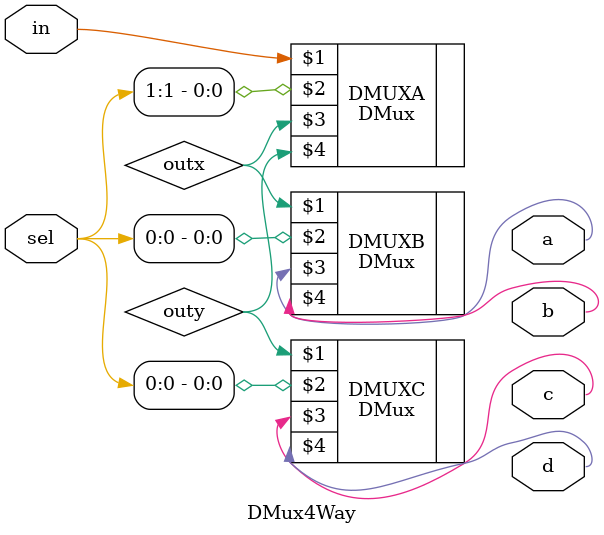
<source format=v>
/**
 * 4-way demultiplexor:
 * {a, b, c, d} = {in, 0, 0, 0} if sel == 00
 *                {0, in, 0, 0} if sel == 01
 *                {0, 0, in, 0} if sel == 10
 *                {0, 0, 0, in} if sel == 11
 */

`default_nettype none
module DMux4Way(
    input in,
    input [1:0] sel,
    output a,
    output b,
    output c,
    output d
);

    // Put your code here:
    wire outx;
    wire outy;

    DMux DMUXA(in, sel[1], outx, outy);
    DMux DMUXB(outx, sel[0], a, b);
    DMux DMUXC(outy, sel[0], c, d);

endmodule

</source>
